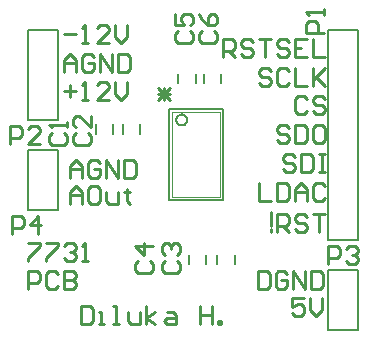
<source format=gto>
%FSTAX23Y23*%
%MOIN*%
%SFA1B1*%

%IPPOS*%
%ADD17C,0.005984*%
%ADD18C,0.007874*%
%ADD19C,0.002008*%
%ADD20C,0.010000*%
%LNpcb1-1*%
%LPD*%
G54D17*
X0178Y0445D02*
D01*
X01779Y04451*
X01779Y04452*
X01779Y04453*
X01779Y04455*
X01778Y04456*
X01778Y04457*
X01777Y04458*
X01777Y04459*
X01776Y0446*
X01775Y04461*
X01774Y04462*
X01774Y04463*
X01773Y04464*
X01772Y04465*
X01771Y04465*
X01769Y04466*
X01768Y04466*
X01767Y04467*
X01766Y04467*
X01765Y04467*
X01763Y04468*
X01762Y04468*
X01761*
X0176Y04468*
X01758Y04467*
X01757Y04467*
X01756Y04467*
X01755Y04466*
X01754Y04466*
X01753Y04465*
X01751Y04465*
X0175Y04464*
X01749Y04463*
X01749Y04462*
X01748Y04461*
X01747Y0446*
X01746Y04459*
X01746Y04458*
X01745Y04457*
X01745Y04456*
X01744Y04455*
X01744Y04453*
X01744Y04452*
X01744Y04451*
X01744Y0445*
X01744Y04448*
X01744Y04447*
X01744Y04446*
X01744Y04445*
X01745Y04444*
X01745Y04442*
X01746Y04441*
X01746Y0444*
X01747Y04439*
X01748Y04438*
X01749Y04437*
X01749Y04436*
X0175Y04436*
X01751Y04435*
X01753Y04434*
X01754Y04434*
X01755Y04433*
X01756Y04433*
X01757Y04432*
X01758Y04432*
X0176Y04432*
X01761Y04432*
X01762*
X01763Y04432*
X01765Y04432*
X01766Y04432*
X01767Y04433*
X01768Y04433*
X01769Y04434*
X01771Y04434*
X01772Y04435*
X01773Y04436*
X01774Y04436*
X01774Y04437*
X01775Y04438*
X01776Y04439*
X01777Y0444*
X01777Y04441*
X01778Y04442*
X01778Y04444*
X01779Y04445*
X01779Y04446*
X01779Y04447*
X01779Y04448*
X0178Y0445*
X0172Y04485D02*
X01899D01*
Y04184D02*
Y04485D01*
X0172Y04184D02*
X01899D01*
X0172D02*
Y04485D01*
G54D18*
X0125Y0445D02*
X0135D01*
X0125D02*
Y0475D01*
X0135*
Y0445D02*
Y0475D01*
X0125Y0415D02*
Y0435D01*
Y0415D02*
X0135D01*
Y0435*
X0125D02*
X0135D01*
X0225Y0375D02*
Y0395D01*
Y0375D02*
X0235D01*
Y0395*
X0225D02*
X0235D01*
X01809Y04572D02*
Y04603D01*
X0175Y04572D02*
Y04603D01*
X01939Y03969D02*
Y04D01*
X0188Y03969D02*
Y04D01*
X01475Y04404D02*
Y04435D01*
X01534Y04404D02*
Y04435D01*
X0225Y0405D02*
X0235D01*
X0225D02*
Y0475D01*
X0235*
Y0405D02*
Y0475D01*
X01844Y03969D02*
Y04D01*
X01785Y03969D02*
Y04D01*
X01894Y04572D02*
Y04603D01*
X01835Y04572D02*
Y04603D01*
X01565Y04404D02*
Y04435D01*
X01624Y04404D02*
Y04435D01*
G54D19*
X01729Y04476D02*
X0189D01*
Y04193D02*
Y04476D01*
X01729Y04193D02*
X0189D01*
X01729D02*
Y04476D01*
G54D20*
X0125Y0404D02*
X0129D01*
Y0403*
X0125Y0399*
Y0398*
X0131Y0404D02*
X01349D01*
Y0403*
X0131Y0399*
Y0398*
X01369Y0403D02*
X01379Y0404D01*
X01399*
X01409Y0403*
Y0402*
X01399Y0401*
X01389*
X01399*
X01409Y04*
Y0399*
X01399Y0398*
X01379*
X01369Y0399*
X01429Y0398D02*
X01449D01*
X01439*
Y0404*
X01429Y0403*
X0125Y03885D02*
Y03945D01*
X0128*
X0129Y03935*
Y03915*
X0128Y03905*
X0125*
X01349Y03935D02*
X01339Y03945D01*
X01319*
X0131Y03935*
Y03895*
X01319Y03885*
X01339*
X01349Y03895*
X01369Y03945D02*
Y03885D01*
X01399*
X01409Y03895*
Y03905*
X01399Y03915*
X01369*
X01399*
X01409Y03925*
Y03935*
X01399Y03945*
X01369*
X01425Y0383D02*
Y0377D01*
X01455*
X01465Y0378*
Y0382*
X01455Y0383*
X01425*
X01485Y0377D02*
X01504D01*
X01494*
Y0381*
X01485*
X01534Y0377D02*
X01554D01*
X01544*
Y0383*
X01534*
X01584Y0381D02*
Y0378D01*
X01594Y0377*
X01624*
Y0381*
X01644Y0377D02*
Y0383D01*
Y0379D02*
X01674Y0381D01*
X01644Y0379D02*
X01674Y0377D01*
X01714Y0381D02*
X01734D01*
X01744Y038*
Y0377*
X01714*
X01704Y0378*
X01714Y0379*
X01744*
X01824Y0383D02*
Y0377D01*
Y038*
X01864*
Y0383*
Y0377*
X01884D02*
Y0378D01*
X01894*
Y0377*
X01884*
X01899Y0466D02*
Y0472D01*
X01929*
X01939Y0471*
Y0469*
X01929Y0468*
X01899*
X01919D02*
X01939Y0466D01*
X01999Y0471D02*
X01989Y0472D01*
X01969*
X01959Y0471*
Y047*
X01969Y0469*
X01989*
X01999Y0468*
Y0467*
X01989Y0466*
X01969*
X01959Y0467*
X02019Y0472D02*
X02059D01*
X02039*
Y0466*
X02119Y0471D02*
X02109Y0472D01*
X02089*
X02079Y0471*
Y047*
X02089Y0469*
X02109*
X02119Y0468*
Y0467*
X02109Y0466*
X02089*
X02079Y0467*
X02179Y0472D02*
X02139D01*
Y0466*
X02179*
X02139Y0469D02*
X02159D01*
X02199Y0472D02*
Y0466D01*
X02239*
X02059Y04614D02*
X02049Y04624D01*
X02029*
X02019Y04614*
Y04604*
X02029Y04594*
X02049*
X02059Y04584*
Y04574*
X02049Y04564*
X02029*
X02019Y04574*
X02119Y04614D02*
X02109Y04624D01*
X02089*
X02079Y04614*
Y04574*
X02089Y04564*
X02109*
X02119Y04574*
X02139Y04624D02*
Y04564D01*
X02179*
X02199Y04624D02*
Y04564D01*
Y04584*
X02239Y04624*
X02209Y04594*
X02239Y04564*
X02179Y04518D02*
X02169Y04528D01*
X02149*
X02139Y04518*
Y04478*
X02149Y04468*
X02169*
X02179Y04478*
X02239Y04518D02*
X02229Y04528D01*
X02209*
X02199Y04518*
Y04508*
X02209Y04498*
X02229*
X02239Y04488*
Y04478*
X02229Y04468*
X02209*
X02199Y04478*
X02119Y04422D02*
X02109Y04432D01*
X02089*
X02079Y04422*
Y04412*
X02089Y04402*
X02109*
X02119Y04392*
Y04382*
X02109Y04372*
X02089*
X02079Y04382*
X02139Y04432D02*
Y04372D01*
X02169*
X02179Y04382*
Y04422*
X02169Y04432*
X02139*
X02229D02*
X02209D01*
X02199Y04422*
Y04382*
X02209Y04372*
X02229*
X02239Y04382*
Y04422*
X02229Y04432*
X02139Y04326D02*
X02129Y04336D01*
X02109*
X02099Y04326*
Y04316*
X02109Y04306*
X02129*
X02139Y04296*
Y04286*
X02129Y04276*
X02109*
X02099Y04286*
X02159Y04336D02*
Y04276D01*
X02189*
X02199Y04286*
Y04326*
X02189Y04336*
X02159*
X02219D02*
X02239D01*
X02229*
Y04276*
X02219*
X02239*
X02019Y0424D02*
Y0418D01*
X02059*
X02079Y0424D02*
Y0418D01*
X02109*
X02119Y0419*
Y0423*
X02109Y0424*
X02079*
X02139Y0418D02*
Y0422D01*
X02159Y0424*
X02179Y0422*
Y0418*
Y0421*
X02139*
X02239Y0423D02*
X02229Y0424D01*
X02209*
X02199Y0423*
Y0419*
X02209Y0418*
X02229*
X02239Y0419*
X02059Y04095D02*
Y04144D01*
Y04085D02*
Y04075D01*
X02079D02*
Y04135D01*
X02109*
X02119Y04125*
Y04105*
X02109Y04095*
X02079*
X02099D02*
X02119Y04075D01*
X02179Y04125D02*
X02169Y04135D01*
X02149*
X02139Y04125*
Y04115*
X02149Y04105*
X02169*
X02179Y04095*
Y04085*
X02169Y04075*
X02149*
X02139Y04085*
X02199Y04135D02*
X02239D01*
X02219*
Y04075*
X0137Y04736D02*
X0141D01*
X0143Y04706D02*
X01449D01*
X01439*
Y04766*
X0143Y04756*
X01519Y04706D02*
X01479D01*
X01519Y04746*
Y04756*
X01509Y04766*
X01489*
X01479Y04756*
X01539Y04766D02*
Y04726D01*
X01559Y04706*
X01579Y04726*
Y04766*
X0137Y0461D02*
Y0465D01*
X0139Y0467*
X0141Y0465*
Y0461*
Y0464*
X0137*
X01469Y0466D02*
X01459Y0467D01*
X01439*
X0143Y0466*
Y0462*
X01439Y0461*
X01459*
X01469Y0462*
Y0464*
X01449*
X01489Y0461D02*
Y0467D01*
X01529Y0461*
Y0467*
X01549D02*
Y0461D01*
X01579*
X01589Y0462*
Y0466*
X01579Y0467*
X01549*
X0137Y04545D02*
X0141D01*
X0139Y04565D02*
Y04525D01*
X0143Y04515D02*
X01449D01*
X01439*
Y04575*
X0143Y04565*
X01519Y04515D02*
X01479D01*
X01519Y04555*
Y04565*
X01509Y04575*
X01489*
X01479Y04565*
X01539Y04575D02*
Y04535D01*
X01559Y04515*
X01579Y04535*
Y04575*
X0217Y03855D02*
X0213D01*
Y03825*
X0215Y03835*
X0216*
X0217Y03825*
Y03805*
X0216Y03795*
X0214*
X0213Y03805*
X0219Y03855D02*
Y03815D01*
X02209Y03795*
X02229Y03815*
Y03855*
X02015Y03945D02*
Y03885D01*
X02045*
X02055Y03895*
Y03935*
X02045Y03945*
X02015*
X02114Y03935D02*
X02104Y03945D01*
X02084*
X02075Y03935*
Y03895*
X02084Y03885*
X02104*
X02114Y03895*
Y03915*
X02094*
X02134Y03885D02*
Y03945D01*
X02174Y03885*
Y03945*
X02194D02*
Y03885D01*
X02224*
X02234Y03895*
Y03935*
X02224Y03945*
X02194*
X0139Y04255D02*
Y04295D01*
X0141Y04315*
X0143Y04295*
Y04255*
Y04285*
X0139*
X01489Y04305D02*
X01479Y04315D01*
X01459*
X0145Y04305*
Y04265*
X01459Y04255*
X01479*
X01489Y04265*
Y04285*
X01469*
X01509Y04255D02*
Y04315D01*
X01549Y04255*
Y04315*
X01569D02*
Y04255D01*
X01599*
X01609Y04265*
Y04305*
X01599Y04315*
X01569*
X0139Y0417D02*
Y0421D01*
X0141Y0423*
X0143Y0421*
Y0417*
Y042*
X0139*
X01479Y0423D02*
X01459D01*
X0145Y0422*
Y0418*
X01459Y0417*
X01479*
X01489Y0418*
Y0422*
X01479Y0423*
X01509Y0421D02*
Y0418D01*
X01519Y0417*
X01549*
Y0421*
X01579Y0422D02*
Y0421D01*
X01569*
X01589*
X01579*
Y0418*
X01589Y0417*
X01682Y04557D02*
X01721Y04517D01*
X01682D02*
X01721Y04557D01*
X01682Y04537D02*
X01721D01*
X01702Y04517D02*
Y04557D01*
X0133Y04405D02*
X0132Y04395D01*
Y04375*
X0133Y04365*
X0137*
X0138Y04375*
Y04395*
X0137Y04405*
X0138Y04425D02*
Y04444D01*
Y04434*
X0132*
X0133Y04425*
X0141Y04405D02*
X014Y04395D01*
Y04375*
X0141Y04365*
X0145*
X0146Y04375*
Y04395*
X0145Y04405*
X0146Y04464D02*
Y04425D01*
X0142Y04464*
X0141*
X014Y04454*
Y04434*
X0141Y04425*
X01705Y0398D02*
X01695Y0397D01*
Y0395*
X01705Y0394*
X01745*
X01755Y0395*
Y0397*
X01745Y0398*
X01705Y04D02*
X01695Y04009D01*
Y04029*
X01705Y04039*
X01715*
X01725Y04029*
Y04019*
Y04029*
X01735Y04039*
X01745*
X01755Y04029*
Y04009*
X01745Y04*
X01615Y0398D02*
X01605Y0397D01*
Y0395*
X01615Y0394*
X01655*
X01665Y0395*
Y0397*
X01655Y0398*
X01665Y04029D02*
X01605D01*
X01635Y04*
Y04039*
X0175Y04745D02*
X0174Y04735D01*
Y04715*
X0175Y04705*
X0179*
X018Y04715*
Y04735*
X0179Y04745*
X0174Y04804D02*
Y04765D01*
X0177*
X0176Y04784*
Y04794*
X0177Y04804*
X0179*
X018Y04794*
Y04774*
X0179Y04765*
X0183Y04745D02*
X0182Y04735D01*
Y04715*
X0183Y04705*
X0187*
X0188Y04715*
Y04735*
X0187Y04745*
X0182Y04804D02*
X0183Y04784D01*
X0185Y04765*
X0187*
X0188Y04774*
Y04794*
X0187Y04804*
X0186*
X0185Y04794*
Y04765*
X02235Y0474D02*
X02175D01*
Y0477*
X02185Y0478*
X02205*
X02215Y0477*
Y0474*
X02235Y048D02*
Y04819D01*
Y04809*
X02175*
X02185Y048*
X0119Y0437D02*
Y0443D01*
X0122*
X0123Y0442*
Y044*
X0122Y0439*
X0119*
X01289Y0437D02*
X0125D01*
X01289Y0441*
Y0442*
X01279Y0443*
X01259*
X0125Y0442*
X0225Y0397D02*
Y0403D01*
X0228*
X0229Y0402*
Y04*
X0228Y0399*
X0225*
X0231Y0402D02*
X02319Y0403D01*
X02339*
X02349Y0402*
Y0401*
X02339Y04*
X02329*
X02339*
X02349Y0399*
Y0398*
X02339Y0397*
X02319*
X0231Y0398*
X01195Y0407D02*
Y0413D01*
X01225*
X01235Y0412*
Y041*
X01225Y0409*
X01195*
X01284Y0407D02*
Y0413D01*
X01255Y041*
X01294*
M02*
</source>
